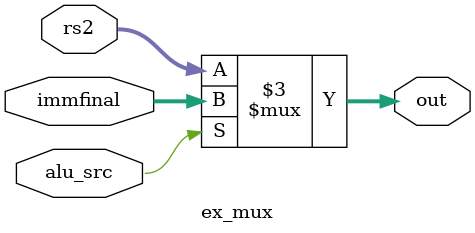
<source format=sv>
module ex_mux #(parameter n = 32) (
    input logic [n-1:0] rs2,         // Input from rs2
    input logic [n-1:0] immfinal,    // Input from immfinal
    input logic alu_src,              // Input for ALU source selection
    output logic [n-1:0] out         // Output
);
    // Mux logic here: select between rs2 and immfinal based on alu_src
    always_comb begin
        if (alu_src) begin
            out = immfinal;  // If alu_src is 1, select immfinal
        end else begin
            out = rs2;       // Otherwise, select rs2
        end
    end
endmodule


</source>
